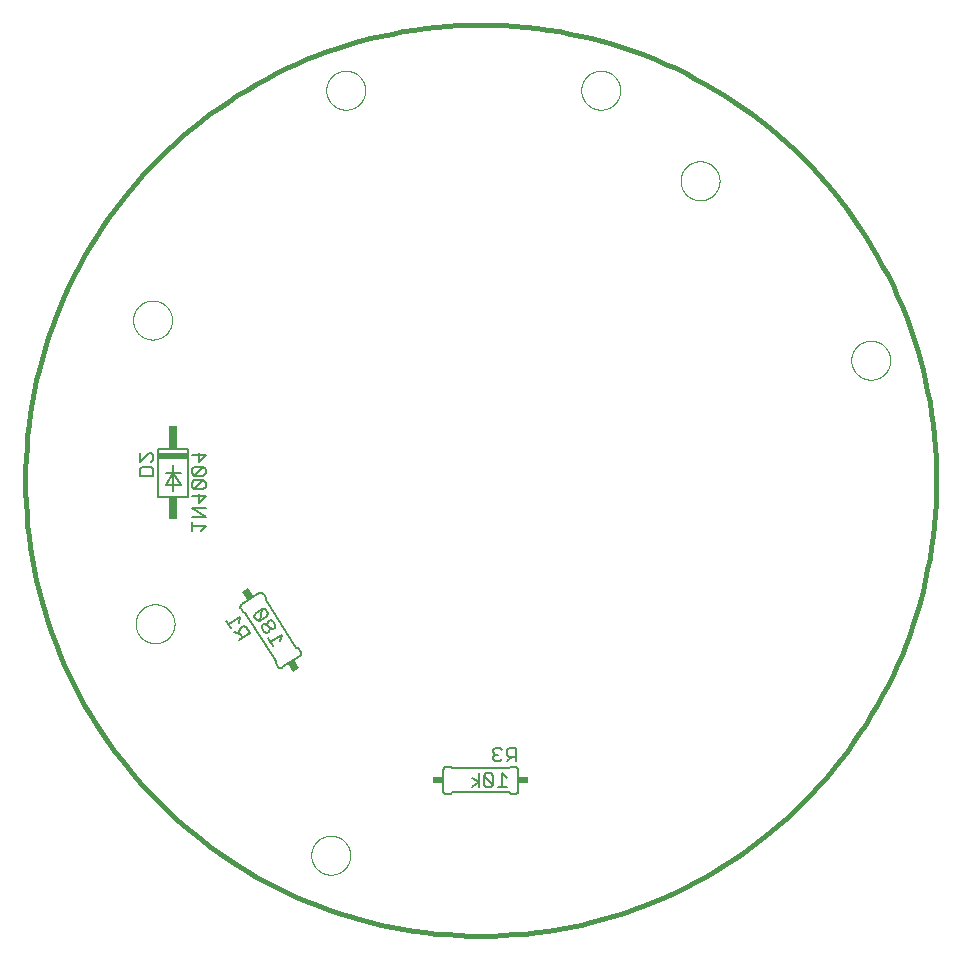
<source format=gbo>
G75*
%MOIN*%
%OFA0B0*%
%FSLAX25Y25*%
%IPPOS*%
%LPD*%
%AMOC8*
5,1,8,0,0,1.08239X$1,22.5*
%
%ADD10C,0.01600*%
%ADD11C,0.00600*%
%ADD12C,0.00500*%
%ADD13R,0.10000X0.02000*%
%ADD14R,0.03000X0.07500*%
%ADD15C,0.00000*%
%ADD16R,0.03400X0.02400*%
D10*
X0001800Y0153622D02*
X0001846Y0157348D01*
X0001983Y0161072D01*
X0002211Y0164791D01*
X0002531Y0168503D01*
X0002942Y0172207D01*
X0003443Y0175899D01*
X0004035Y0179578D01*
X0004717Y0183241D01*
X0005489Y0186886D01*
X0006350Y0190512D01*
X0007300Y0194115D01*
X0008337Y0197694D01*
X0009463Y0201246D01*
X0010675Y0204769D01*
X0011973Y0208262D01*
X0013357Y0211722D01*
X0014825Y0215147D01*
X0016377Y0218534D01*
X0018011Y0221883D01*
X0019727Y0225190D01*
X0021524Y0228455D01*
X0023400Y0231674D01*
X0025355Y0234846D01*
X0027387Y0237970D01*
X0029495Y0241042D01*
X0031677Y0244062D01*
X0033934Y0247028D01*
X0036262Y0249937D01*
X0038661Y0252788D01*
X0041129Y0255579D01*
X0043665Y0258309D01*
X0046268Y0260976D01*
X0048935Y0263579D01*
X0051665Y0266115D01*
X0054456Y0268583D01*
X0057307Y0270982D01*
X0060216Y0273310D01*
X0063182Y0275567D01*
X0066202Y0277749D01*
X0069274Y0279857D01*
X0072398Y0281889D01*
X0075570Y0283844D01*
X0078789Y0285720D01*
X0082054Y0287517D01*
X0085361Y0289233D01*
X0088710Y0290867D01*
X0092097Y0292419D01*
X0095522Y0293887D01*
X0098982Y0295271D01*
X0102475Y0296569D01*
X0105998Y0297781D01*
X0109550Y0298907D01*
X0113129Y0299944D01*
X0116732Y0300894D01*
X0120358Y0301755D01*
X0124003Y0302527D01*
X0127666Y0303209D01*
X0131345Y0303801D01*
X0135037Y0304302D01*
X0138741Y0304713D01*
X0142453Y0305033D01*
X0146172Y0305261D01*
X0149896Y0305398D01*
X0153622Y0305444D01*
X0157348Y0305398D01*
X0161072Y0305261D01*
X0164791Y0305033D01*
X0168503Y0304713D01*
X0172207Y0304302D01*
X0175899Y0303801D01*
X0179578Y0303209D01*
X0183241Y0302527D01*
X0186886Y0301755D01*
X0190512Y0300894D01*
X0194115Y0299944D01*
X0197694Y0298907D01*
X0201246Y0297781D01*
X0204769Y0296569D01*
X0208262Y0295271D01*
X0211722Y0293887D01*
X0215147Y0292419D01*
X0218534Y0290867D01*
X0221883Y0289233D01*
X0225190Y0287517D01*
X0228455Y0285720D01*
X0231674Y0283844D01*
X0234846Y0281889D01*
X0237970Y0279857D01*
X0241042Y0277749D01*
X0244062Y0275567D01*
X0247028Y0273310D01*
X0249937Y0270982D01*
X0252788Y0268583D01*
X0255579Y0266115D01*
X0258309Y0263579D01*
X0260976Y0260976D01*
X0263579Y0258309D01*
X0266115Y0255579D01*
X0268583Y0252788D01*
X0270982Y0249937D01*
X0273310Y0247028D01*
X0275567Y0244062D01*
X0277749Y0241042D01*
X0279857Y0237970D01*
X0281889Y0234846D01*
X0283844Y0231674D01*
X0285720Y0228455D01*
X0287517Y0225190D01*
X0289233Y0221883D01*
X0290867Y0218534D01*
X0292419Y0215147D01*
X0293887Y0211722D01*
X0295271Y0208262D01*
X0296569Y0204769D01*
X0297781Y0201246D01*
X0298907Y0197694D01*
X0299944Y0194115D01*
X0300894Y0190512D01*
X0301755Y0186886D01*
X0302527Y0183241D01*
X0303209Y0179578D01*
X0303801Y0175899D01*
X0304302Y0172207D01*
X0304713Y0168503D01*
X0305033Y0164791D01*
X0305261Y0161072D01*
X0305398Y0157348D01*
X0305444Y0153622D01*
X0305398Y0149896D01*
X0305261Y0146172D01*
X0305033Y0142453D01*
X0304713Y0138741D01*
X0304302Y0135037D01*
X0303801Y0131345D01*
X0303209Y0127666D01*
X0302527Y0124003D01*
X0301755Y0120358D01*
X0300894Y0116732D01*
X0299944Y0113129D01*
X0298907Y0109550D01*
X0297781Y0105998D01*
X0296569Y0102475D01*
X0295271Y0098982D01*
X0293887Y0095522D01*
X0292419Y0092097D01*
X0290867Y0088710D01*
X0289233Y0085361D01*
X0287517Y0082054D01*
X0285720Y0078789D01*
X0283844Y0075570D01*
X0281889Y0072398D01*
X0279857Y0069274D01*
X0277749Y0066202D01*
X0275567Y0063182D01*
X0273310Y0060216D01*
X0270982Y0057307D01*
X0268583Y0054456D01*
X0266115Y0051665D01*
X0263579Y0048935D01*
X0260976Y0046268D01*
X0258309Y0043665D01*
X0255579Y0041129D01*
X0252788Y0038661D01*
X0249937Y0036262D01*
X0247028Y0033934D01*
X0244062Y0031677D01*
X0241042Y0029495D01*
X0237970Y0027387D01*
X0234846Y0025355D01*
X0231674Y0023400D01*
X0228455Y0021524D01*
X0225190Y0019727D01*
X0221883Y0018011D01*
X0218534Y0016377D01*
X0215147Y0014825D01*
X0211722Y0013357D01*
X0208262Y0011973D01*
X0204769Y0010675D01*
X0201246Y0009463D01*
X0197694Y0008337D01*
X0194115Y0007300D01*
X0190512Y0006350D01*
X0186886Y0005489D01*
X0183241Y0004717D01*
X0179578Y0004035D01*
X0175899Y0003443D01*
X0172207Y0002942D01*
X0168503Y0002531D01*
X0164791Y0002211D01*
X0161072Y0001983D01*
X0157348Y0001846D01*
X0153622Y0001800D01*
X0149896Y0001846D01*
X0146172Y0001983D01*
X0142453Y0002211D01*
X0138741Y0002531D01*
X0135037Y0002942D01*
X0131345Y0003443D01*
X0127666Y0004035D01*
X0124003Y0004717D01*
X0120358Y0005489D01*
X0116732Y0006350D01*
X0113129Y0007300D01*
X0109550Y0008337D01*
X0105998Y0009463D01*
X0102475Y0010675D01*
X0098982Y0011973D01*
X0095522Y0013357D01*
X0092097Y0014825D01*
X0088710Y0016377D01*
X0085361Y0018011D01*
X0082054Y0019727D01*
X0078789Y0021524D01*
X0075570Y0023400D01*
X0072398Y0025355D01*
X0069274Y0027387D01*
X0066202Y0029495D01*
X0063182Y0031677D01*
X0060216Y0033934D01*
X0057307Y0036262D01*
X0054456Y0038661D01*
X0051665Y0041129D01*
X0048935Y0043665D01*
X0046268Y0046268D01*
X0043665Y0048935D01*
X0041129Y0051665D01*
X0038661Y0054456D01*
X0036262Y0057307D01*
X0033934Y0060216D01*
X0031677Y0063182D01*
X0029495Y0066202D01*
X0027387Y0069274D01*
X0025355Y0072398D01*
X0023400Y0075570D01*
X0021524Y0078789D01*
X0019727Y0082054D01*
X0018011Y0085361D01*
X0016377Y0088710D01*
X0014825Y0092097D01*
X0013357Y0095522D01*
X0011973Y0098982D01*
X0010675Y0102475D01*
X0009463Y0105998D01*
X0008337Y0109550D01*
X0007300Y0113129D01*
X0006350Y0116732D01*
X0005489Y0120358D01*
X0004717Y0124003D01*
X0004035Y0127666D01*
X0003443Y0131345D01*
X0002942Y0135037D01*
X0002531Y0138741D01*
X0002211Y0142453D01*
X0001983Y0146172D01*
X0001846Y0149896D01*
X0001800Y0153622D01*
D11*
X0085219Y0092773D02*
X0086027Y0091510D01*
X0086028Y0091509D02*
X0086062Y0091459D01*
X0086099Y0091412D01*
X0086138Y0091366D01*
X0086181Y0091323D01*
X0086226Y0091283D01*
X0086273Y0091246D01*
X0086323Y0091211D01*
X0086374Y0091179D01*
X0086428Y0091151D01*
X0086483Y0091126D01*
X0086539Y0091104D01*
X0086597Y0091086D01*
X0086655Y0091071D01*
X0086715Y0091060D01*
X0086775Y0091053D01*
X0086835Y0091049D01*
X0086895Y0091048D01*
X0086956Y0091052D01*
X0087016Y0091059D01*
X0087075Y0091069D01*
X0087134Y0091083D01*
X0087191Y0091101D01*
X0087248Y0091122D01*
X0087303Y0091147D01*
X0087357Y0091175D01*
X0087409Y0091206D01*
X0087408Y0091206D02*
X0093305Y0094977D01*
X0093306Y0094978D02*
X0093356Y0095012D01*
X0093403Y0095049D01*
X0093449Y0095088D01*
X0093492Y0095131D01*
X0093532Y0095176D01*
X0093569Y0095223D01*
X0093604Y0095273D01*
X0093636Y0095324D01*
X0093664Y0095378D01*
X0093689Y0095433D01*
X0093711Y0095489D01*
X0093729Y0095547D01*
X0093744Y0095605D01*
X0093755Y0095665D01*
X0093762Y0095725D01*
X0093766Y0095785D01*
X0093767Y0095845D01*
X0093763Y0095906D01*
X0093756Y0095966D01*
X0093746Y0096025D01*
X0093732Y0096084D01*
X0093714Y0096141D01*
X0093693Y0096198D01*
X0093668Y0096253D01*
X0093640Y0096307D01*
X0093609Y0096359D01*
X0092801Y0097622D01*
X0092110Y0097774D01*
X0081874Y0113781D01*
X0082026Y0114471D01*
X0081217Y0115735D01*
X0081183Y0115785D01*
X0081146Y0115832D01*
X0081107Y0115878D01*
X0081064Y0115921D01*
X0081019Y0115961D01*
X0080972Y0115998D01*
X0080922Y0116033D01*
X0080871Y0116065D01*
X0080817Y0116093D01*
X0080762Y0116118D01*
X0080706Y0116140D01*
X0080648Y0116158D01*
X0080590Y0116173D01*
X0080530Y0116184D01*
X0080470Y0116191D01*
X0080410Y0116195D01*
X0080350Y0116196D01*
X0080289Y0116192D01*
X0080229Y0116185D01*
X0080170Y0116175D01*
X0080111Y0116161D01*
X0080054Y0116143D01*
X0079997Y0116122D01*
X0079942Y0116097D01*
X0079888Y0116069D01*
X0079836Y0116038D01*
X0079836Y0116039D02*
X0073939Y0112267D01*
X0073889Y0112233D01*
X0073842Y0112196D01*
X0073796Y0112157D01*
X0073753Y0112114D01*
X0073713Y0112069D01*
X0073676Y0112022D01*
X0073641Y0111972D01*
X0073609Y0111921D01*
X0073581Y0111867D01*
X0073556Y0111812D01*
X0073534Y0111756D01*
X0073516Y0111698D01*
X0073501Y0111640D01*
X0073490Y0111580D01*
X0073483Y0111520D01*
X0073479Y0111460D01*
X0073478Y0111400D01*
X0073482Y0111339D01*
X0073489Y0111279D01*
X0073499Y0111220D01*
X0073513Y0111161D01*
X0073531Y0111104D01*
X0073552Y0111047D01*
X0073577Y0110992D01*
X0073605Y0110938D01*
X0073636Y0110886D01*
X0073635Y0110886D02*
X0074444Y0109622D01*
X0075134Y0109470D01*
X0085371Y0093464D01*
X0085219Y0092773D01*
X0056122Y0148122D02*
X0046122Y0148122D01*
X0046122Y0164122D01*
X0056122Y0164122D01*
X0056122Y0148122D01*
X0053622Y0152122D02*
X0051122Y0156122D01*
X0053622Y0156122D01*
X0051122Y0156122D02*
X0051122Y0158622D01*
X0051122Y0156122D02*
X0048622Y0156122D01*
X0051122Y0156122D02*
X0048622Y0152122D01*
X0053622Y0152122D01*
X0051122Y0150122D02*
X0051122Y0156122D01*
X0142122Y0058122D02*
X0143622Y0058122D01*
X0144122Y0057622D01*
X0163122Y0057622D01*
X0163622Y0058122D01*
X0165122Y0058122D01*
X0165182Y0058120D01*
X0165243Y0058115D01*
X0165302Y0058106D01*
X0165361Y0058093D01*
X0165420Y0058077D01*
X0165477Y0058057D01*
X0165532Y0058034D01*
X0165587Y0058007D01*
X0165639Y0057978D01*
X0165690Y0057945D01*
X0165739Y0057909D01*
X0165785Y0057871D01*
X0165829Y0057829D01*
X0165871Y0057785D01*
X0165909Y0057739D01*
X0165945Y0057690D01*
X0165978Y0057639D01*
X0166007Y0057587D01*
X0166034Y0057532D01*
X0166057Y0057477D01*
X0166077Y0057420D01*
X0166093Y0057361D01*
X0166106Y0057302D01*
X0166115Y0057243D01*
X0166120Y0057182D01*
X0166122Y0057122D01*
X0166122Y0050122D01*
X0166120Y0050062D01*
X0166115Y0050001D01*
X0166106Y0049942D01*
X0166093Y0049883D01*
X0166077Y0049824D01*
X0166057Y0049767D01*
X0166034Y0049712D01*
X0166007Y0049657D01*
X0165978Y0049605D01*
X0165945Y0049554D01*
X0165909Y0049505D01*
X0165871Y0049459D01*
X0165829Y0049415D01*
X0165785Y0049373D01*
X0165739Y0049335D01*
X0165690Y0049299D01*
X0165639Y0049266D01*
X0165587Y0049237D01*
X0165532Y0049210D01*
X0165477Y0049187D01*
X0165420Y0049167D01*
X0165361Y0049151D01*
X0165302Y0049138D01*
X0165243Y0049129D01*
X0165182Y0049124D01*
X0165122Y0049122D01*
X0163622Y0049122D01*
X0163122Y0049622D01*
X0144122Y0049622D01*
X0143622Y0049122D01*
X0142122Y0049122D01*
X0142062Y0049124D01*
X0142001Y0049129D01*
X0141942Y0049138D01*
X0141883Y0049151D01*
X0141824Y0049167D01*
X0141767Y0049187D01*
X0141712Y0049210D01*
X0141657Y0049237D01*
X0141605Y0049266D01*
X0141554Y0049299D01*
X0141505Y0049335D01*
X0141459Y0049373D01*
X0141415Y0049415D01*
X0141373Y0049459D01*
X0141335Y0049505D01*
X0141299Y0049554D01*
X0141266Y0049605D01*
X0141237Y0049657D01*
X0141210Y0049712D01*
X0141187Y0049767D01*
X0141167Y0049824D01*
X0141151Y0049883D01*
X0141138Y0049942D01*
X0141129Y0050001D01*
X0141124Y0050062D01*
X0141122Y0050122D01*
X0141122Y0057122D01*
X0141124Y0057182D01*
X0141129Y0057243D01*
X0141138Y0057302D01*
X0141151Y0057361D01*
X0141167Y0057420D01*
X0141187Y0057477D01*
X0141210Y0057532D01*
X0141237Y0057587D01*
X0141266Y0057639D01*
X0141299Y0057690D01*
X0141335Y0057739D01*
X0141373Y0057785D01*
X0141415Y0057829D01*
X0141459Y0057871D01*
X0141505Y0057909D01*
X0141554Y0057945D01*
X0141605Y0057978D01*
X0141657Y0058007D01*
X0141712Y0058034D01*
X0141767Y0058057D01*
X0141824Y0058077D01*
X0141883Y0058093D01*
X0141942Y0058106D01*
X0142001Y0058115D01*
X0142062Y0058120D01*
X0142122Y0058122D01*
D12*
X0150812Y0054375D02*
X0153064Y0052874D01*
X0150812Y0051372D01*
X0153064Y0051372D02*
X0153064Y0055876D01*
X0154666Y0055125D02*
X0157668Y0052123D01*
X0156918Y0051372D01*
X0155416Y0051372D01*
X0154666Y0052123D01*
X0154666Y0055125D01*
X0155416Y0055876D01*
X0156918Y0055876D01*
X0157668Y0055125D01*
X0157668Y0052123D01*
X0159270Y0051372D02*
X0162272Y0051372D01*
X0160771Y0051372D02*
X0160771Y0055876D01*
X0162272Y0054375D01*
X0162370Y0059872D02*
X0163871Y0061374D01*
X0163120Y0061374D02*
X0165372Y0061374D01*
X0165372Y0059872D02*
X0165372Y0064376D01*
X0163120Y0064376D01*
X0162370Y0063625D01*
X0162370Y0062124D01*
X0163120Y0061374D01*
X0160768Y0060623D02*
X0160018Y0059872D01*
X0158516Y0059872D01*
X0157766Y0060623D01*
X0157766Y0061374D01*
X0158516Y0062124D01*
X0159267Y0062124D01*
X0158516Y0062124D02*
X0157766Y0062875D01*
X0157766Y0063625D01*
X0158516Y0064376D01*
X0160018Y0064376D01*
X0160768Y0063625D01*
X0086768Y0100100D02*
X0087224Y0102174D01*
X0083430Y0099747D01*
X0084238Y0098483D02*
X0082621Y0101012D01*
X0082390Y0102766D02*
X0083023Y0103170D01*
X0083251Y0104207D01*
X0082442Y0105472D01*
X0081405Y0105700D01*
X0080773Y0105295D01*
X0080545Y0104258D01*
X0081354Y0102994D01*
X0082390Y0102766D01*
X0083251Y0104207D02*
X0084287Y0103979D01*
X0084920Y0104383D01*
X0085148Y0105420D01*
X0084339Y0106685D01*
X0083302Y0106913D01*
X0082670Y0106508D01*
X0082442Y0105472D01*
X0079910Y0106644D02*
X0082439Y0108262D01*
X0082667Y0109299D01*
X0081858Y0110563D01*
X0080822Y0110791D01*
X0079910Y0106644D01*
X0078873Y0106872D01*
X0078064Y0108137D01*
X0078292Y0109174D01*
X0080822Y0110791D01*
X0075508Y0104717D02*
X0074471Y0104945D01*
X0073206Y0104136D01*
X0072978Y0103099D01*
X0074192Y0101202D01*
X0072927Y0100393D02*
X0076721Y0102820D01*
X0075508Y0104717D01*
X0072976Y0105890D02*
X0073432Y0107963D01*
X0069638Y0105537D01*
X0068829Y0106801D02*
X0070446Y0104272D01*
X0071309Y0102923D02*
X0073383Y0102467D01*
X0060375Y0136749D02*
X0061876Y0138250D01*
X0057372Y0138250D01*
X0057372Y0136749D02*
X0057372Y0139751D01*
X0057372Y0141353D02*
X0061876Y0141353D01*
X0057372Y0144355D01*
X0061876Y0144355D01*
X0059624Y0145956D02*
X0059624Y0148959D01*
X0058123Y0150560D02*
X0061125Y0153563D01*
X0058123Y0153563D01*
X0057372Y0152812D01*
X0057372Y0151311D01*
X0058123Y0150560D01*
X0061125Y0150560D01*
X0061876Y0151311D01*
X0061876Y0152812D01*
X0061125Y0153563D01*
X0061125Y0155164D02*
X0058123Y0155164D01*
X0061125Y0158167D01*
X0058123Y0158167D01*
X0057372Y0157416D01*
X0057372Y0155915D01*
X0058123Y0155164D01*
X0061125Y0155164D02*
X0061876Y0155915D01*
X0061876Y0157416D01*
X0061125Y0158167D01*
X0059624Y0159768D02*
X0059624Y0162771D01*
X0057372Y0162020D02*
X0061876Y0162020D01*
X0059624Y0159768D01*
X0057372Y0148208D02*
X0061876Y0148208D01*
X0059624Y0145956D01*
X0044376Y0155164D02*
X0044376Y0157416D01*
X0043625Y0158167D01*
X0040623Y0158167D01*
X0039872Y0157416D01*
X0039872Y0155164D01*
X0044376Y0155164D01*
X0043625Y0159768D02*
X0044376Y0160519D01*
X0044376Y0162020D01*
X0043625Y0162771D01*
X0042875Y0162771D01*
X0039872Y0159768D01*
X0039872Y0162771D01*
D13*
X0051122Y0161622D03*
D14*
X0051122Y0167872D03*
X0051122Y0144372D03*
D15*
X0038546Y0105773D02*
X0038548Y0105934D01*
X0038554Y0106094D01*
X0038564Y0106255D01*
X0038578Y0106415D01*
X0038596Y0106575D01*
X0038617Y0106734D01*
X0038643Y0106893D01*
X0038673Y0107051D01*
X0038706Y0107208D01*
X0038744Y0107365D01*
X0038785Y0107520D01*
X0038830Y0107674D01*
X0038879Y0107827D01*
X0038932Y0107979D01*
X0038988Y0108130D01*
X0039049Y0108279D01*
X0039112Y0108427D01*
X0039180Y0108573D01*
X0039251Y0108717D01*
X0039325Y0108859D01*
X0039403Y0109000D01*
X0039485Y0109138D01*
X0039570Y0109275D01*
X0039658Y0109409D01*
X0039750Y0109541D01*
X0039845Y0109671D01*
X0039943Y0109799D01*
X0040044Y0109924D01*
X0040148Y0110046D01*
X0040255Y0110166D01*
X0040365Y0110283D01*
X0040478Y0110398D01*
X0040594Y0110509D01*
X0040713Y0110618D01*
X0040834Y0110723D01*
X0040958Y0110826D01*
X0041084Y0110926D01*
X0041212Y0111022D01*
X0041343Y0111115D01*
X0041477Y0111205D01*
X0041612Y0111292D01*
X0041750Y0111375D01*
X0041889Y0111455D01*
X0042031Y0111531D01*
X0042174Y0111604D01*
X0042319Y0111673D01*
X0042466Y0111739D01*
X0042614Y0111801D01*
X0042764Y0111859D01*
X0042915Y0111914D01*
X0043068Y0111965D01*
X0043222Y0112012D01*
X0043377Y0112055D01*
X0043533Y0112094D01*
X0043689Y0112130D01*
X0043847Y0112161D01*
X0044005Y0112189D01*
X0044164Y0112213D01*
X0044324Y0112233D01*
X0044484Y0112249D01*
X0044644Y0112261D01*
X0044805Y0112269D01*
X0044966Y0112273D01*
X0045126Y0112273D01*
X0045287Y0112269D01*
X0045448Y0112261D01*
X0045608Y0112249D01*
X0045768Y0112233D01*
X0045928Y0112213D01*
X0046087Y0112189D01*
X0046245Y0112161D01*
X0046403Y0112130D01*
X0046559Y0112094D01*
X0046715Y0112055D01*
X0046870Y0112012D01*
X0047024Y0111965D01*
X0047177Y0111914D01*
X0047328Y0111859D01*
X0047478Y0111801D01*
X0047626Y0111739D01*
X0047773Y0111673D01*
X0047918Y0111604D01*
X0048061Y0111531D01*
X0048203Y0111455D01*
X0048342Y0111375D01*
X0048480Y0111292D01*
X0048615Y0111205D01*
X0048749Y0111115D01*
X0048880Y0111022D01*
X0049008Y0110926D01*
X0049134Y0110826D01*
X0049258Y0110723D01*
X0049379Y0110618D01*
X0049498Y0110509D01*
X0049614Y0110398D01*
X0049727Y0110283D01*
X0049837Y0110166D01*
X0049944Y0110046D01*
X0050048Y0109924D01*
X0050149Y0109799D01*
X0050247Y0109671D01*
X0050342Y0109541D01*
X0050434Y0109409D01*
X0050522Y0109275D01*
X0050607Y0109138D01*
X0050689Y0109000D01*
X0050767Y0108859D01*
X0050841Y0108717D01*
X0050912Y0108573D01*
X0050980Y0108427D01*
X0051043Y0108279D01*
X0051104Y0108130D01*
X0051160Y0107979D01*
X0051213Y0107827D01*
X0051262Y0107674D01*
X0051307Y0107520D01*
X0051348Y0107365D01*
X0051386Y0107208D01*
X0051419Y0107051D01*
X0051449Y0106893D01*
X0051475Y0106734D01*
X0051496Y0106575D01*
X0051514Y0106415D01*
X0051528Y0106255D01*
X0051538Y0106094D01*
X0051544Y0105934D01*
X0051546Y0105773D01*
X0051544Y0105612D01*
X0051538Y0105452D01*
X0051528Y0105291D01*
X0051514Y0105131D01*
X0051496Y0104971D01*
X0051475Y0104812D01*
X0051449Y0104653D01*
X0051419Y0104495D01*
X0051386Y0104338D01*
X0051348Y0104181D01*
X0051307Y0104026D01*
X0051262Y0103872D01*
X0051213Y0103719D01*
X0051160Y0103567D01*
X0051104Y0103416D01*
X0051043Y0103267D01*
X0050980Y0103119D01*
X0050912Y0102973D01*
X0050841Y0102829D01*
X0050767Y0102687D01*
X0050689Y0102546D01*
X0050607Y0102408D01*
X0050522Y0102271D01*
X0050434Y0102137D01*
X0050342Y0102005D01*
X0050247Y0101875D01*
X0050149Y0101747D01*
X0050048Y0101622D01*
X0049944Y0101500D01*
X0049837Y0101380D01*
X0049727Y0101263D01*
X0049614Y0101148D01*
X0049498Y0101037D01*
X0049379Y0100928D01*
X0049258Y0100823D01*
X0049134Y0100720D01*
X0049008Y0100620D01*
X0048880Y0100524D01*
X0048749Y0100431D01*
X0048615Y0100341D01*
X0048480Y0100254D01*
X0048342Y0100171D01*
X0048203Y0100091D01*
X0048061Y0100015D01*
X0047918Y0099942D01*
X0047773Y0099873D01*
X0047626Y0099807D01*
X0047478Y0099745D01*
X0047328Y0099687D01*
X0047177Y0099632D01*
X0047024Y0099581D01*
X0046870Y0099534D01*
X0046715Y0099491D01*
X0046559Y0099452D01*
X0046403Y0099416D01*
X0046245Y0099385D01*
X0046087Y0099357D01*
X0045928Y0099333D01*
X0045768Y0099313D01*
X0045608Y0099297D01*
X0045448Y0099285D01*
X0045287Y0099277D01*
X0045126Y0099273D01*
X0044966Y0099273D01*
X0044805Y0099277D01*
X0044644Y0099285D01*
X0044484Y0099297D01*
X0044324Y0099313D01*
X0044164Y0099333D01*
X0044005Y0099357D01*
X0043847Y0099385D01*
X0043689Y0099416D01*
X0043533Y0099452D01*
X0043377Y0099491D01*
X0043222Y0099534D01*
X0043068Y0099581D01*
X0042915Y0099632D01*
X0042764Y0099687D01*
X0042614Y0099745D01*
X0042466Y0099807D01*
X0042319Y0099873D01*
X0042174Y0099942D01*
X0042031Y0100015D01*
X0041889Y0100091D01*
X0041750Y0100171D01*
X0041612Y0100254D01*
X0041477Y0100341D01*
X0041343Y0100431D01*
X0041212Y0100524D01*
X0041084Y0100620D01*
X0040958Y0100720D01*
X0040834Y0100823D01*
X0040713Y0100928D01*
X0040594Y0101037D01*
X0040478Y0101148D01*
X0040365Y0101263D01*
X0040255Y0101380D01*
X0040148Y0101500D01*
X0040044Y0101622D01*
X0039943Y0101747D01*
X0039845Y0101875D01*
X0039750Y0102005D01*
X0039658Y0102137D01*
X0039570Y0102271D01*
X0039485Y0102408D01*
X0039403Y0102546D01*
X0039325Y0102687D01*
X0039251Y0102829D01*
X0039180Y0102973D01*
X0039112Y0103119D01*
X0039049Y0103267D01*
X0038988Y0103416D01*
X0038932Y0103567D01*
X0038879Y0103719D01*
X0038830Y0103872D01*
X0038785Y0104026D01*
X0038744Y0104181D01*
X0038706Y0104338D01*
X0038673Y0104495D01*
X0038643Y0104653D01*
X0038617Y0104812D01*
X0038596Y0104971D01*
X0038578Y0105131D01*
X0038564Y0105291D01*
X0038554Y0105452D01*
X0038548Y0105612D01*
X0038546Y0105773D01*
X0097122Y0028622D02*
X0097124Y0028783D01*
X0097130Y0028943D01*
X0097140Y0029104D01*
X0097154Y0029264D01*
X0097172Y0029424D01*
X0097193Y0029583D01*
X0097219Y0029742D01*
X0097249Y0029900D01*
X0097282Y0030057D01*
X0097320Y0030214D01*
X0097361Y0030369D01*
X0097406Y0030523D01*
X0097455Y0030676D01*
X0097508Y0030828D01*
X0097564Y0030979D01*
X0097625Y0031128D01*
X0097688Y0031276D01*
X0097756Y0031422D01*
X0097827Y0031566D01*
X0097901Y0031708D01*
X0097979Y0031849D01*
X0098061Y0031987D01*
X0098146Y0032124D01*
X0098234Y0032258D01*
X0098326Y0032390D01*
X0098421Y0032520D01*
X0098519Y0032648D01*
X0098620Y0032773D01*
X0098724Y0032895D01*
X0098831Y0033015D01*
X0098941Y0033132D01*
X0099054Y0033247D01*
X0099170Y0033358D01*
X0099289Y0033467D01*
X0099410Y0033572D01*
X0099534Y0033675D01*
X0099660Y0033775D01*
X0099788Y0033871D01*
X0099919Y0033964D01*
X0100053Y0034054D01*
X0100188Y0034141D01*
X0100326Y0034224D01*
X0100465Y0034304D01*
X0100607Y0034380D01*
X0100750Y0034453D01*
X0100895Y0034522D01*
X0101042Y0034588D01*
X0101190Y0034650D01*
X0101340Y0034708D01*
X0101491Y0034763D01*
X0101644Y0034814D01*
X0101798Y0034861D01*
X0101953Y0034904D01*
X0102109Y0034943D01*
X0102265Y0034979D01*
X0102423Y0035010D01*
X0102581Y0035038D01*
X0102740Y0035062D01*
X0102900Y0035082D01*
X0103060Y0035098D01*
X0103220Y0035110D01*
X0103381Y0035118D01*
X0103542Y0035122D01*
X0103702Y0035122D01*
X0103863Y0035118D01*
X0104024Y0035110D01*
X0104184Y0035098D01*
X0104344Y0035082D01*
X0104504Y0035062D01*
X0104663Y0035038D01*
X0104821Y0035010D01*
X0104979Y0034979D01*
X0105135Y0034943D01*
X0105291Y0034904D01*
X0105446Y0034861D01*
X0105600Y0034814D01*
X0105753Y0034763D01*
X0105904Y0034708D01*
X0106054Y0034650D01*
X0106202Y0034588D01*
X0106349Y0034522D01*
X0106494Y0034453D01*
X0106637Y0034380D01*
X0106779Y0034304D01*
X0106918Y0034224D01*
X0107056Y0034141D01*
X0107191Y0034054D01*
X0107325Y0033964D01*
X0107456Y0033871D01*
X0107584Y0033775D01*
X0107710Y0033675D01*
X0107834Y0033572D01*
X0107955Y0033467D01*
X0108074Y0033358D01*
X0108190Y0033247D01*
X0108303Y0033132D01*
X0108413Y0033015D01*
X0108520Y0032895D01*
X0108624Y0032773D01*
X0108725Y0032648D01*
X0108823Y0032520D01*
X0108918Y0032390D01*
X0109010Y0032258D01*
X0109098Y0032124D01*
X0109183Y0031987D01*
X0109265Y0031849D01*
X0109343Y0031708D01*
X0109417Y0031566D01*
X0109488Y0031422D01*
X0109556Y0031276D01*
X0109619Y0031128D01*
X0109680Y0030979D01*
X0109736Y0030828D01*
X0109789Y0030676D01*
X0109838Y0030523D01*
X0109883Y0030369D01*
X0109924Y0030214D01*
X0109962Y0030057D01*
X0109995Y0029900D01*
X0110025Y0029742D01*
X0110051Y0029583D01*
X0110072Y0029424D01*
X0110090Y0029264D01*
X0110104Y0029104D01*
X0110114Y0028943D01*
X0110120Y0028783D01*
X0110122Y0028622D01*
X0110120Y0028461D01*
X0110114Y0028301D01*
X0110104Y0028140D01*
X0110090Y0027980D01*
X0110072Y0027820D01*
X0110051Y0027661D01*
X0110025Y0027502D01*
X0109995Y0027344D01*
X0109962Y0027187D01*
X0109924Y0027030D01*
X0109883Y0026875D01*
X0109838Y0026721D01*
X0109789Y0026568D01*
X0109736Y0026416D01*
X0109680Y0026265D01*
X0109619Y0026116D01*
X0109556Y0025968D01*
X0109488Y0025822D01*
X0109417Y0025678D01*
X0109343Y0025536D01*
X0109265Y0025395D01*
X0109183Y0025257D01*
X0109098Y0025120D01*
X0109010Y0024986D01*
X0108918Y0024854D01*
X0108823Y0024724D01*
X0108725Y0024596D01*
X0108624Y0024471D01*
X0108520Y0024349D01*
X0108413Y0024229D01*
X0108303Y0024112D01*
X0108190Y0023997D01*
X0108074Y0023886D01*
X0107955Y0023777D01*
X0107834Y0023672D01*
X0107710Y0023569D01*
X0107584Y0023469D01*
X0107456Y0023373D01*
X0107325Y0023280D01*
X0107191Y0023190D01*
X0107056Y0023103D01*
X0106918Y0023020D01*
X0106779Y0022940D01*
X0106637Y0022864D01*
X0106494Y0022791D01*
X0106349Y0022722D01*
X0106202Y0022656D01*
X0106054Y0022594D01*
X0105904Y0022536D01*
X0105753Y0022481D01*
X0105600Y0022430D01*
X0105446Y0022383D01*
X0105291Y0022340D01*
X0105135Y0022301D01*
X0104979Y0022265D01*
X0104821Y0022234D01*
X0104663Y0022206D01*
X0104504Y0022182D01*
X0104344Y0022162D01*
X0104184Y0022146D01*
X0104024Y0022134D01*
X0103863Y0022126D01*
X0103702Y0022122D01*
X0103542Y0022122D01*
X0103381Y0022126D01*
X0103220Y0022134D01*
X0103060Y0022146D01*
X0102900Y0022162D01*
X0102740Y0022182D01*
X0102581Y0022206D01*
X0102423Y0022234D01*
X0102265Y0022265D01*
X0102109Y0022301D01*
X0101953Y0022340D01*
X0101798Y0022383D01*
X0101644Y0022430D01*
X0101491Y0022481D01*
X0101340Y0022536D01*
X0101190Y0022594D01*
X0101042Y0022656D01*
X0100895Y0022722D01*
X0100750Y0022791D01*
X0100607Y0022864D01*
X0100465Y0022940D01*
X0100326Y0023020D01*
X0100188Y0023103D01*
X0100053Y0023190D01*
X0099919Y0023280D01*
X0099788Y0023373D01*
X0099660Y0023469D01*
X0099534Y0023569D01*
X0099410Y0023672D01*
X0099289Y0023777D01*
X0099170Y0023886D01*
X0099054Y0023997D01*
X0098941Y0024112D01*
X0098831Y0024229D01*
X0098724Y0024349D01*
X0098620Y0024471D01*
X0098519Y0024596D01*
X0098421Y0024724D01*
X0098326Y0024854D01*
X0098234Y0024986D01*
X0098146Y0025120D01*
X0098061Y0025257D01*
X0097979Y0025395D01*
X0097901Y0025536D01*
X0097827Y0025678D01*
X0097756Y0025822D01*
X0097688Y0025968D01*
X0097625Y0026116D01*
X0097564Y0026265D01*
X0097508Y0026416D01*
X0097455Y0026568D01*
X0097406Y0026721D01*
X0097361Y0026875D01*
X0097320Y0027030D01*
X0097282Y0027187D01*
X0097249Y0027344D01*
X0097219Y0027502D01*
X0097193Y0027661D01*
X0097172Y0027820D01*
X0097154Y0027980D01*
X0097140Y0028140D01*
X0097130Y0028301D01*
X0097124Y0028461D01*
X0097122Y0028622D01*
X0037709Y0207016D02*
X0037711Y0207177D01*
X0037717Y0207337D01*
X0037727Y0207498D01*
X0037741Y0207658D01*
X0037759Y0207818D01*
X0037780Y0207977D01*
X0037806Y0208136D01*
X0037836Y0208294D01*
X0037869Y0208451D01*
X0037907Y0208608D01*
X0037948Y0208763D01*
X0037993Y0208917D01*
X0038042Y0209070D01*
X0038095Y0209222D01*
X0038151Y0209373D01*
X0038212Y0209522D01*
X0038275Y0209670D01*
X0038343Y0209816D01*
X0038414Y0209960D01*
X0038488Y0210102D01*
X0038566Y0210243D01*
X0038648Y0210381D01*
X0038733Y0210518D01*
X0038821Y0210652D01*
X0038913Y0210784D01*
X0039008Y0210914D01*
X0039106Y0211042D01*
X0039207Y0211167D01*
X0039311Y0211289D01*
X0039418Y0211409D01*
X0039528Y0211526D01*
X0039641Y0211641D01*
X0039757Y0211752D01*
X0039876Y0211861D01*
X0039997Y0211966D01*
X0040121Y0212069D01*
X0040247Y0212169D01*
X0040375Y0212265D01*
X0040506Y0212358D01*
X0040640Y0212448D01*
X0040775Y0212535D01*
X0040913Y0212618D01*
X0041052Y0212698D01*
X0041194Y0212774D01*
X0041337Y0212847D01*
X0041482Y0212916D01*
X0041629Y0212982D01*
X0041777Y0213044D01*
X0041927Y0213102D01*
X0042078Y0213157D01*
X0042231Y0213208D01*
X0042385Y0213255D01*
X0042540Y0213298D01*
X0042696Y0213337D01*
X0042852Y0213373D01*
X0043010Y0213404D01*
X0043168Y0213432D01*
X0043327Y0213456D01*
X0043487Y0213476D01*
X0043647Y0213492D01*
X0043807Y0213504D01*
X0043968Y0213512D01*
X0044129Y0213516D01*
X0044289Y0213516D01*
X0044450Y0213512D01*
X0044611Y0213504D01*
X0044771Y0213492D01*
X0044931Y0213476D01*
X0045091Y0213456D01*
X0045250Y0213432D01*
X0045408Y0213404D01*
X0045566Y0213373D01*
X0045722Y0213337D01*
X0045878Y0213298D01*
X0046033Y0213255D01*
X0046187Y0213208D01*
X0046340Y0213157D01*
X0046491Y0213102D01*
X0046641Y0213044D01*
X0046789Y0212982D01*
X0046936Y0212916D01*
X0047081Y0212847D01*
X0047224Y0212774D01*
X0047366Y0212698D01*
X0047505Y0212618D01*
X0047643Y0212535D01*
X0047778Y0212448D01*
X0047912Y0212358D01*
X0048043Y0212265D01*
X0048171Y0212169D01*
X0048297Y0212069D01*
X0048421Y0211966D01*
X0048542Y0211861D01*
X0048661Y0211752D01*
X0048777Y0211641D01*
X0048890Y0211526D01*
X0049000Y0211409D01*
X0049107Y0211289D01*
X0049211Y0211167D01*
X0049312Y0211042D01*
X0049410Y0210914D01*
X0049505Y0210784D01*
X0049597Y0210652D01*
X0049685Y0210518D01*
X0049770Y0210381D01*
X0049852Y0210243D01*
X0049930Y0210102D01*
X0050004Y0209960D01*
X0050075Y0209816D01*
X0050143Y0209670D01*
X0050206Y0209522D01*
X0050267Y0209373D01*
X0050323Y0209222D01*
X0050376Y0209070D01*
X0050425Y0208917D01*
X0050470Y0208763D01*
X0050511Y0208608D01*
X0050549Y0208451D01*
X0050582Y0208294D01*
X0050612Y0208136D01*
X0050638Y0207977D01*
X0050659Y0207818D01*
X0050677Y0207658D01*
X0050691Y0207498D01*
X0050701Y0207337D01*
X0050707Y0207177D01*
X0050709Y0207016D01*
X0050707Y0206855D01*
X0050701Y0206695D01*
X0050691Y0206534D01*
X0050677Y0206374D01*
X0050659Y0206214D01*
X0050638Y0206055D01*
X0050612Y0205896D01*
X0050582Y0205738D01*
X0050549Y0205581D01*
X0050511Y0205424D01*
X0050470Y0205269D01*
X0050425Y0205115D01*
X0050376Y0204962D01*
X0050323Y0204810D01*
X0050267Y0204659D01*
X0050206Y0204510D01*
X0050143Y0204362D01*
X0050075Y0204216D01*
X0050004Y0204072D01*
X0049930Y0203930D01*
X0049852Y0203789D01*
X0049770Y0203651D01*
X0049685Y0203514D01*
X0049597Y0203380D01*
X0049505Y0203248D01*
X0049410Y0203118D01*
X0049312Y0202990D01*
X0049211Y0202865D01*
X0049107Y0202743D01*
X0049000Y0202623D01*
X0048890Y0202506D01*
X0048777Y0202391D01*
X0048661Y0202280D01*
X0048542Y0202171D01*
X0048421Y0202066D01*
X0048297Y0201963D01*
X0048171Y0201863D01*
X0048043Y0201767D01*
X0047912Y0201674D01*
X0047778Y0201584D01*
X0047643Y0201497D01*
X0047505Y0201414D01*
X0047366Y0201334D01*
X0047224Y0201258D01*
X0047081Y0201185D01*
X0046936Y0201116D01*
X0046789Y0201050D01*
X0046641Y0200988D01*
X0046491Y0200930D01*
X0046340Y0200875D01*
X0046187Y0200824D01*
X0046033Y0200777D01*
X0045878Y0200734D01*
X0045722Y0200695D01*
X0045566Y0200659D01*
X0045408Y0200628D01*
X0045250Y0200600D01*
X0045091Y0200576D01*
X0044931Y0200556D01*
X0044771Y0200540D01*
X0044611Y0200528D01*
X0044450Y0200520D01*
X0044289Y0200516D01*
X0044129Y0200516D01*
X0043968Y0200520D01*
X0043807Y0200528D01*
X0043647Y0200540D01*
X0043487Y0200556D01*
X0043327Y0200576D01*
X0043168Y0200600D01*
X0043010Y0200628D01*
X0042852Y0200659D01*
X0042696Y0200695D01*
X0042540Y0200734D01*
X0042385Y0200777D01*
X0042231Y0200824D01*
X0042078Y0200875D01*
X0041927Y0200930D01*
X0041777Y0200988D01*
X0041629Y0201050D01*
X0041482Y0201116D01*
X0041337Y0201185D01*
X0041194Y0201258D01*
X0041052Y0201334D01*
X0040913Y0201414D01*
X0040775Y0201497D01*
X0040640Y0201584D01*
X0040506Y0201674D01*
X0040375Y0201767D01*
X0040247Y0201863D01*
X0040121Y0201963D01*
X0039997Y0202066D01*
X0039876Y0202171D01*
X0039757Y0202280D01*
X0039641Y0202391D01*
X0039528Y0202506D01*
X0039418Y0202623D01*
X0039311Y0202743D01*
X0039207Y0202865D01*
X0039106Y0202990D01*
X0039008Y0203118D01*
X0038913Y0203248D01*
X0038821Y0203380D01*
X0038733Y0203514D01*
X0038648Y0203651D01*
X0038566Y0203789D01*
X0038488Y0203930D01*
X0038414Y0204072D01*
X0038343Y0204216D01*
X0038275Y0204362D01*
X0038212Y0204510D01*
X0038151Y0204659D01*
X0038095Y0204810D01*
X0038042Y0204962D01*
X0037993Y0205115D01*
X0037948Y0205269D01*
X0037907Y0205424D01*
X0037869Y0205581D01*
X0037836Y0205738D01*
X0037806Y0205896D01*
X0037780Y0206055D01*
X0037759Y0206214D01*
X0037741Y0206374D01*
X0037727Y0206534D01*
X0037717Y0206695D01*
X0037711Y0206855D01*
X0037709Y0207016D01*
X0102122Y0283622D02*
X0102124Y0283783D01*
X0102130Y0283943D01*
X0102140Y0284104D01*
X0102154Y0284264D01*
X0102172Y0284424D01*
X0102193Y0284583D01*
X0102219Y0284742D01*
X0102249Y0284900D01*
X0102282Y0285057D01*
X0102320Y0285214D01*
X0102361Y0285369D01*
X0102406Y0285523D01*
X0102455Y0285676D01*
X0102508Y0285828D01*
X0102564Y0285979D01*
X0102625Y0286128D01*
X0102688Y0286276D01*
X0102756Y0286422D01*
X0102827Y0286566D01*
X0102901Y0286708D01*
X0102979Y0286849D01*
X0103061Y0286987D01*
X0103146Y0287124D01*
X0103234Y0287258D01*
X0103326Y0287390D01*
X0103421Y0287520D01*
X0103519Y0287648D01*
X0103620Y0287773D01*
X0103724Y0287895D01*
X0103831Y0288015D01*
X0103941Y0288132D01*
X0104054Y0288247D01*
X0104170Y0288358D01*
X0104289Y0288467D01*
X0104410Y0288572D01*
X0104534Y0288675D01*
X0104660Y0288775D01*
X0104788Y0288871D01*
X0104919Y0288964D01*
X0105053Y0289054D01*
X0105188Y0289141D01*
X0105326Y0289224D01*
X0105465Y0289304D01*
X0105607Y0289380D01*
X0105750Y0289453D01*
X0105895Y0289522D01*
X0106042Y0289588D01*
X0106190Y0289650D01*
X0106340Y0289708D01*
X0106491Y0289763D01*
X0106644Y0289814D01*
X0106798Y0289861D01*
X0106953Y0289904D01*
X0107109Y0289943D01*
X0107265Y0289979D01*
X0107423Y0290010D01*
X0107581Y0290038D01*
X0107740Y0290062D01*
X0107900Y0290082D01*
X0108060Y0290098D01*
X0108220Y0290110D01*
X0108381Y0290118D01*
X0108542Y0290122D01*
X0108702Y0290122D01*
X0108863Y0290118D01*
X0109024Y0290110D01*
X0109184Y0290098D01*
X0109344Y0290082D01*
X0109504Y0290062D01*
X0109663Y0290038D01*
X0109821Y0290010D01*
X0109979Y0289979D01*
X0110135Y0289943D01*
X0110291Y0289904D01*
X0110446Y0289861D01*
X0110600Y0289814D01*
X0110753Y0289763D01*
X0110904Y0289708D01*
X0111054Y0289650D01*
X0111202Y0289588D01*
X0111349Y0289522D01*
X0111494Y0289453D01*
X0111637Y0289380D01*
X0111779Y0289304D01*
X0111918Y0289224D01*
X0112056Y0289141D01*
X0112191Y0289054D01*
X0112325Y0288964D01*
X0112456Y0288871D01*
X0112584Y0288775D01*
X0112710Y0288675D01*
X0112834Y0288572D01*
X0112955Y0288467D01*
X0113074Y0288358D01*
X0113190Y0288247D01*
X0113303Y0288132D01*
X0113413Y0288015D01*
X0113520Y0287895D01*
X0113624Y0287773D01*
X0113725Y0287648D01*
X0113823Y0287520D01*
X0113918Y0287390D01*
X0114010Y0287258D01*
X0114098Y0287124D01*
X0114183Y0286987D01*
X0114265Y0286849D01*
X0114343Y0286708D01*
X0114417Y0286566D01*
X0114488Y0286422D01*
X0114556Y0286276D01*
X0114619Y0286128D01*
X0114680Y0285979D01*
X0114736Y0285828D01*
X0114789Y0285676D01*
X0114838Y0285523D01*
X0114883Y0285369D01*
X0114924Y0285214D01*
X0114962Y0285057D01*
X0114995Y0284900D01*
X0115025Y0284742D01*
X0115051Y0284583D01*
X0115072Y0284424D01*
X0115090Y0284264D01*
X0115104Y0284104D01*
X0115114Y0283943D01*
X0115120Y0283783D01*
X0115122Y0283622D01*
X0115120Y0283461D01*
X0115114Y0283301D01*
X0115104Y0283140D01*
X0115090Y0282980D01*
X0115072Y0282820D01*
X0115051Y0282661D01*
X0115025Y0282502D01*
X0114995Y0282344D01*
X0114962Y0282187D01*
X0114924Y0282030D01*
X0114883Y0281875D01*
X0114838Y0281721D01*
X0114789Y0281568D01*
X0114736Y0281416D01*
X0114680Y0281265D01*
X0114619Y0281116D01*
X0114556Y0280968D01*
X0114488Y0280822D01*
X0114417Y0280678D01*
X0114343Y0280536D01*
X0114265Y0280395D01*
X0114183Y0280257D01*
X0114098Y0280120D01*
X0114010Y0279986D01*
X0113918Y0279854D01*
X0113823Y0279724D01*
X0113725Y0279596D01*
X0113624Y0279471D01*
X0113520Y0279349D01*
X0113413Y0279229D01*
X0113303Y0279112D01*
X0113190Y0278997D01*
X0113074Y0278886D01*
X0112955Y0278777D01*
X0112834Y0278672D01*
X0112710Y0278569D01*
X0112584Y0278469D01*
X0112456Y0278373D01*
X0112325Y0278280D01*
X0112191Y0278190D01*
X0112056Y0278103D01*
X0111918Y0278020D01*
X0111779Y0277940D01*
X0111637Y0277864D01*
X0111494Y0277791D01*
X0111349Y0277722D01*
X0111202Y0277656D01*
X0111054Y0277594D01*
X0110904Y0277536D01*
X0110753Y0277481D01*
X0110600Y0277430D01*
X0110446Y0277383D01*
X0110291Y0277340D01*
X0110135Y0277301D01*
X0109979Y0277265D01*
X0109821Y0277234D01*
X0109663Y0277206D01*
X0109504Y0277182D01*
X0109344Y0277162D01*
X0109184Y0277146D01*
X0109024Y0277134D01*
X0108863Y0277126D01*
X0108702Y0277122D01*
X0108542Y0277122D01*
X0108381Y0277126D01*
X0108220Y0277134D01*
X0108060Y0277146D01*
X0107900Y0277162D01*
X0107740Y0277182D01*
X0107581Y0277206D01*
X0107423Y0277234D01*
X0107265Y0277265D01*
X0107109Y0277301D01*
X0106953Y0277340D01*
X0106798Y0277383D01*
X0106644Y0277430D01*
X0106491Y0277481D01*
X0106340Y0277536D01*
X0106190Y0277594D01*
X0106042Y0277656D01*
X0105895Y0277722D01*
X0105750Y0277791D01*
X0105607Y0277864D01*
X0105465Y0277940D01*
X0105326Y0278020D01*
X0105188Y0278103D01*
X0105053Y0278190D01*
X0104919Y0278280D01*
X0104788Y0278373D01*
X0104660Y0278469D01*
X0104534Y0278569D01*
X0104410Y0278672D01*
X0104289Y0278777D01*
X0104170Y0278886D01*
X0104054Y0278997D01*
X0103941Y0279112D01*
X0103831Y0279229D01*
X0103724Y0279349D01*
X0103620Y0279471D01*
X0103519Y0279596D01*
X0103421Y0279724D01*
X0103326Y0279854D01*
X0103234Y0279986D01*
X0103146Y0280120D01*
X0103061Y0280257D01*
X0102979Y0280395D01*
X0102901Y0280536D01*
X0102827Y0280678D01*
X0102756Y0280822D01*
X0102688Y0280968D01*
X0102625Y0281116D01*
X0102564Y0281265D01*
X0102508Y0281416D01*
X0102455Y0281568D01*
X0102406Y0281721D01*
X0102361Y0281875D01*
X0102320Y0282030D01*
X0102282Y0282187D01*
X0102249Y0282344D01*
X0102219Y0282502D01*
X0102193Y0282661D01*
X0102172Y0282820D01*
X0102154Y0282980D01*
X0102140Y0283140D01*
X0102130Y0283301D01*
X0102124Y0283461D01*
X0102122Y0283622D01*
X0187122Y0283622D02*
X0187124Y0283783D01*
X0187130Y0283943D01*
X0187140Y0284104D01*
X0187154Y0284264D01*
X0187172Y0284424D01*
X0187193Y0284583D01*
X0187219Y0284742D01*
X0187249Y0284900D01*
X0187282Y0285057D01*
X0187320Y0285214D01*
X0187361Y0285369D01*
X0187406Y0285523D01*
X0187455Y0285676D01*
X0187508Y0285828D01*
X0187564Y0285979D01*
X0187625Y0286128D01*
X0187688Y0286276D01*
X0187756Y0286422D01*
X0187827Y0286566D01*
X0187901Y0286708D01*
X0187979Y0286849D01*
X0188061Y0286987D01*
X0188146Y0287124D01*
X0188234Y0287258D01*
X0188326Y0287390D01*
X0188421Y0287520D01*
X0188519Y0287648D01*
X0188620Y0287773D01*
X0188724Y0287895D01*
X0188831Y0288015D01*
X0188941Y0288132D01*
X0189054Y0288247D01*
X0189170Y0288358D01*
X0189289Y0288467D01*
X0189410Y0288572D01*
X0189534Y0288675D01*
X0189660Y0288775D01*
X0189788Y0288871D01*
X0189919Y0288964D01*
X0190053Y0289054D01*
X0190188Y0289141D01*
X0190326Y0289224D01*
X0190465Y0289304D01*
X0190607Y0289380D01*
X0190750Y0289453D01*
X0190895Y0289522D01*
X0191042Y0289588D01*
X0191190Y0289650D01*
X0191340Y0289708D01*
X0191491Y0289763D01*
X0191644Y0289814D01*
X0191798Y0289861D01*
X0191953Y0289904D01*
X0192109Y0289943D01*
X0192265Y0289979D01*
X0192423Y0290010D01*
X0192581Y0290038D01*
X0192740Y0290062D01*
X0192900Y0290082D01*
X0193060Y0290098D01*
X0193220Y0290110D01*
X0193381Y0290118D01*
X0193542Y0290122D01*
X0193702Y0290122D01*
X0193863Y0290118D01*
X0194024Y0290110D01*
X0194184Y0290098D01*
X0194344Y0290082D01*
X0194504Y0290062D01*
X0194663Y0290038D01*
X0194821Y0290010D01*
X0194979Y0289979D01*
X0195135Y0289943D01*
X0195291Y0289904D01*
X0195446Y0289861D01*
X0195600Y0289814D01*
X0195753Y0289763D01*
X0195904Y0289708D01*
X0196054Y0289650D01*
X0196202Y0289588D01*
X0196349Y0289522D01*
X0196494Y0289453D01*
X0196637Y0289380D01*
X0196779Y0289304D01*
X0196918Y0289224D01*
X0197056Y0289141D01*
X0197191Y0289054D01*
X0197325Y0288964D01*
X0197456Y0288871D01*
X0197584Y0288775D01*
X0197710Y0288675D01*
X0197834Y0288572D01*
X0197955Y0288467D01*
X0198074Y0288358D01*
X0198190Y0288247D01*
X0198303Y0288132D01*
X0198413Y0288015D01*
X0198520Y0287895D01*
X0198624Y0287773D01*
X0198725Y0287648D01*
X0198823Y0287520D01*
X0198918Y0287390D01*
X0199010Y0287258D01*
X0199098Y0287124D01*
X0199183Y0286987D01*
X0199265Y0286849D01*
X0199343Y0286708D01*
X0199417Y0286566D01*
X0199488Y0286422D01*
X0199556Y0286276D01*
X0199619Y0286128D01*
X0199680Y0285979D01*
X0199736Y0285828D01*
X0199789Y0285676D01*
X0199838Y0285523D01*
X0199883Y0285369D01*
X0199924Y0285214D01*
X0199962Y0285057D01*
X0199995Y0284900D01*
X0200025Y0284742D01*
X0200051Y0284583D01*
X0200072Y0284424D01*
X0200090Y0284264D01*
X0200104Y0284104D01*
X0200114Y0283943D01*
X0200120Y0283783D01*
X0200122Y0283622D01*
X0200120Y0283461D01*
X0200114Y0283301D01*
X0200104Y0283140D01*
X0200090Y0282980D01*
X0200072Y0282820D01*
X0200051Y0282661D01*
X0200025Y0282502D01*
X0199995Y0282344D01*
X0199962Y0282187D01*
X0199924Y0282030D01*
X0199883Y0281875D01*
X0199838Y0281721D01*
X0199789Y0281568D01*
X0199736Y0281416D01*
X0199680Y0281265D01*
X0199619Y0281116D01*
X0199556Y0280968D01*
X0199488Y0280822D01*
X0199417Y0280678D01*
X0199343Y0280536D01*
X0199265Y0280395D01*
X0199183Y0280257D01*
X0199098Y0280120D01*
X0199010Y0279986D01*
X0198918Y0279854D01*
X0198823Y0279724D01*
X0198725Y0279596D01*
X0198624Y0279471D01*
X0198520Y0279349D01*
X0198413Y0279229D01*
X0198303Y0279112D01*
X0198190Y0278997D01*
X0198074Y0278886D01*
X0197955Y0278777D01*
X0197834Y0278672D01*
X0197710Y0278569D01*
X0197584Y0278469D01*
X0197456Y0278373D01*
X0197325Y0278280D01*
X0197191Y0278190D01*
X0197056Y0278103D01*
X0196918Y0278020D01*
X0196779Y0277940D01*
X0196637Y0277864D01*
X0196494Y0277791D01*
X0196349Y0277722D01*
X0196202Y0277656D01*
X0196054Y0277594D01*
X0195904Y0277536D01*
X0195753Y0277481D01*
X0195600Y0277430D01*
X0195446Y0277383D01*
X0195291Y0277340D01*
X0195135Y0277301D01*
X0194979Y0277265D01*
X0194821Y0277234D01*
X0194663Y0277206D01*
X0194504Y0277182D01*
X0194344Y0277162D01*
X0194184Y0277146D01*
X0194024Y0277134D01*
X0193863Y0277126D01*
X0193702Y0277122D01*
X0193542Y0277122D01*
X0193381Y0277126D01*
X0193220Y0277134D01*
X0193060Y0277146D01*
X0192900Y0277162D01*
X0192740Y0277182D01*
X0192581Y0277206D01*
X0192423Y0277234D01*
X0192265Y0277265D01*
X0192109Y0277301D01*
X0191953Y0277340D01*
X0191798Y0277383D01*
X0191644Y0277430D01*
X0191491Y0277481D01*
X0191340Y0277536D01*
X0191190Y0277594D01*
X0191042Y0277656D01*
X0190895Y0277722D01*
X0190750Y0277791D01*
X0190607Y0277864D01*
X0190465Y0277940D01*
X0190326Y0278020D01*
X0190188Y0278103D01*
X0190053Y0278190D01*
X0189919Y0278280D01*
X0189788Y0278373D01*
X0189660Y0278469D01*
X0189534Y0278569D01*
X0189410Y0278672D01*
X0189289Y0278777D01*
X0189170Y0278886D01*
X0189054Y0278997D01*
X0188941Y0279112D01*
X0188831Y0279229D01*
X0188724Y0279349D01*
X0188620Y0279471D01*
X0188519Y0279596D01*
X0188421Y0279724D01*
X0188326Y0279854D01*
X0188234Y0279986D01*
X0188146Y0280120D01*
X0188061Y0280257D01*
X0187979Y0280395D01*
X0187901Y0280536D01*
X0187827Y0280678D01*
X0187756Y0280822D01*
X0187688Y0280968D01*
X0187625Y0281116D01*
X0187564Y0281265D01*
X0187508Y0281416D01*
X0187455Y0281568D01*
X0187406Y0281721D01*
X0187361Y0281875D01*
X0187320Y0282030D01*
X0187282Y0282187D01*
X0187249Y0282344D01*
X0187219Y0282502D01*
X0187193Y0282661D01*
X0187172Y0282820D01*
X0187154Y0282980D01*
X0187140Y0283140D01*
X0187130Y0283301D01*
X0187124Y0283461D01*
X0187122Y0283622D01*
X0220215Y0253436D02*
X0220217Y0253597D01*
X0220223Y0253757D01*
X0220233Y0253918D01*
X0220247Y0254078D01*
X0220265Y0254238D01*
X0220286Y0254397D01*
X0220312Y0254556D01*
X0220342Y0254714D01*
X0220375Y0254871D01*
X0220413Y0255028D01*
X0220454Y0255183D01*
X0220499Y0255337D01*
X0220548Y0255490D01*
X0220601Y0255642D01*
X0220657Y0255793D01*
X0220718Y0255942D01*
X0220781Y0256090D01*
X0220849Y0256236D01*
X0220920Y0256380D01*
X0220994Y0256522D01*
X0221072Y0256663D01*
X0221154Y0256801D01*
X0221239Y0256938D01*
X0221327Y0257072D01*
X0221419Y0257204D01*
X0221514Y0257334D01*
X0221612Y0257462D01*
X0221713Y0257587D01*
X0221817Y0257709D01*
X0221924Y0257829D01*
X0222034Y0257946D01*
X0222147Y0258061D01*
X0222263Y0258172D01*
X0222382Y0258281D01*
X0222503Y0258386D01*
X0222627Y0258489D01*
X0222753Y0258589D01*
X0222881Y0258685D01*
X0223012Y0258778D01*
X0223146Y0258868D01*
X0223281Y0258955D01*
X0223419Y0259038D01*
X0223558Y0259118D01*
X0223700Y0259194D01*
X0223843Y0259267D01*
X0223988Y0259336D01*
X0224135Y0259402D01*
X0224283Y0259464D01*
X0224433Y0259522D01*
X0224584Y0259577D01*
X0224737Y0259628D01*
X0224891Y0259675D01*
X0225046Y0259718D01*
X0225202Y0259757D01*
X0225358Y0259793D01*
X0225516Y0259824D01*
X0225674Y0259852D01*
X0225833Y0259876D01*
X0225993Y0259896D01*
X0226153Y0259912D01*
X0226313Y0259924D01*
X0226474Y0259932D01*
X0226635Y0259936D01*
X0226795Y0259936D01*
X0226956Y0259932D01*
X0227117Y0259924D01*
X0227277Y0259912D01*
X0227437Y0259896D01*
X0227597Y0259876D01*
X0227756Y0259852D01*
X0227914Y0259824D01*
X0228072Y0259793D01*
X0228228Y0259757D01*
X0228384Y0259718D01*
X0228539Y0259675D01*
X0228693Y0259628D01*
X0228846Y0259577D01*
X0228997Y0259522D01*
X0229147Y0259464D01*
X0229295Y0259402D01*
X0229442Y0259336D01*
X0229587Y0259267D01*
X0229730Y0259194D01*
X0229872Y0259118D01*
X0230011Y0259038D01*
X0230149Y0258955D01*
X0230284Y0258868D01*
X0230418Y0258778D01*
X0230549Y0258685D01*
X0230677Y0258589D01*
X0230803Y0258489D01*
X0230927Y0258386D01*
X0231048Y0258281D01*
X0231167Y0258172D01*
X0231283Y0258061D01*
X0231396Y0257946D01*
X0231506Y0257829D01*
X0231613Y0257709D01*
X0231717Y0257587D01*
X0231818Y0257462D01*
X0231916Y0257334D01*
X0232011Y0257204D01*
X0232103Y0257072D01*
X0232191Y0256938D01*
X0232276Y0256801D01*
X0232358Y0256663D01*
X0232436Y0256522D01*
X0232510Y0256380D01*
X0232581Y0256236D01*
X0232649Y0256090D01*
X0232712Y0255942D01*
X0232773Y0255793D01*
X0232829Y0255642D01*
X0232882Y0255490D01*
X0232931Y0255337D01*
X0232976Y0255183D01*
X0233017Y0255028D01*
X0233055Y0254871D01*
X0233088Y0254714D01*
X0233118Y0254556D01*
X0233144Y0254397D01*
X0233165Y0254238D01*
X0233183Y0254078D01*
X0233197Y0253918D01*
X0233207Y0253757D01*
X0233213Y0253597D01*
X0233215Y0253436D01*
X0233213Y0253275D01*
X0233207Y0253115D01*
X0233197Y0252954D01*
X0233183Y0252794D01*
X0233165Y0252634D01*
X0233144Y0252475D01*
X0233118Y0252316D01*
X0233088Y0252158D01*
X0233055Y0252001D01*
X0233017Y0251844D01*
X0232976Y0251689D01*
X0232931Y0251535D01*
X0232882Y0251382D01*
X0232829Y0251230D01*
X0232773Y0251079D01*
X0232712Y0250930D01*
X0232649Y0250782D01*
X0232581Y0250636D01*
X0232510Y0250492D01*
X0232436Y0250350D01*
X0232358Y0250209D01*
X0232276Y0250071D01*
X0232191Y0249934D01*
X0232103Y0249800D01*
X0232011Y0249668D01*
X0231916Y0249538D01*
X0231818Y0249410D01*
X0231717Y0249285D01*
X0231613Y0249163D01*
X0231506Y0249043D01*
X0231396Y0248926D01*
X0231283Y0248811D01*
X0231167Y0248700D01*
X0231048Y0248591D01*
X0230927Y0248486D01*
X0230803Y0248383D01*
X0230677Y0248283D01*
X0230549Y0248187D01*
X0230418Y0248094D01*
X0230284Y0248004D01*
X0230149Y0247917D01*
X0230011Y0247834D01*
X0229872Y0247754D01*
X0229730Y0247678D01*
X0229587Y0247605D01*
X0229442Y0247536D01*
X0229295Y0247470D01*
X0229147Y0247408D01*
X0228997Y0247350D01*
X0228846Y0247295D01*
X0228693Y0247244D01*
X0228539Y0247197D01*
X0228384Y0247154D01*
X0228228Y0247115D01*
X0228072Y0247079D01*
X0227914Y0247048D01*
X0227756Y0247020D01*
X0227597Y0246996D01*
X0227437Y0246976D01*
X0227277Y0246960D01*
X0227117Y0246948D01*
X0226956Y0246940D01*
X0226795Y0246936D01*
X0226635Y0246936D01*
X0226474Y0246940D01*
X0226313Y0246948D01*
X0226153Y0246960D01*
X0225993Y0246976D01*
X0225833Y0246996D01*
X0225674Y0247020D01*
X0225516Y0247048D01*
X0225358Y0247079D01*
X0225202Y0247115D01*
X0225046Y0247154D01*
X0224891Y0247197D01*
X0224737Y0247244D01*
X0224584Y0247295D01*
X0224433Y0247350D01*
X0224283Y0247408D01*
X0224135Y0247470D01*
X0223988Y0247536D01*
X0223843Y0247605D01*
X0223700Y0247678D01*
X0223558Y0247754D01*
X0223419Y0247834D01*
X0223281Y0247917D01*
X0223146Y0248004D01*
X0223012Y0248094D01*
X0222881Y0248187D01*
X0222753Y0248283D01*
X0222627Y0248383D01*
X0222503Y0248486D01*
X0222382Y0248591D01*
X0222263Y0248700D01*
X0222147Y0248811D01*
X0222034Y0248926D01*
X0221924Y0249043D01*
X0221817Y0249163D01*
X0221713Y0249285D01*
X0221612Y0249410D01*
X0221514Y0249538D01*
X0221419Y0249668D01*
X0221327Y0249800D01*
X0221239Y0249934D01*
X0221154Y0250071D01*
X0221072Y0250209D01*
X0220994Y0250350D01*
X0220920Y0250492D01*
X0220849Y0250636D01*
X0220781Y0250782D01*
X0220718Y0250930D01*
X0220657Y0251079D01*
X0220601Y0251230D01*
X0220548Y0251382D01*
X0220499Y0251535D01*
X0220454Y0251689D01*
X0220413Y0251844D01*
X0220375Y0252001D01*
X0220342Y0252158D01*
X0220312Y0252316D01*
X0220286Y0252475D01*
X0220265Y0252634D01*
X0220247Y0252794D01*
X0220233Y0252954D01*
X0220223Y0253115D01*
X0220217Y0253275D01*
X0220215Y0253436D01*
X0277122Y0193622D02*
X0277124Y0193783D01*
X0277130Y0193943D01*
X0277140Y0194104D01*
X0277154Y0194264D01*
X0277172Y0194424D01*
X0277193Y0194583D01*
X0277219Y0194742D01*
X0277249Y0194900D01*
X0277282Y0195057D01*
X0277320Y0195214D01*
X0277361Y0195369D01*
X0277406Y0195523D01*
X0277455Y0195676D01*
X0277508Y0195828D01*
X0277564Y0195979D01*
X0277625Y0196128D01*
X0277688Y0196276D01*
X0277756Y0196422D01*
X0277827Y0196566D01*
X0277901Y0196708D01*
X0277979Y0196849D01*
X0278061Y0196987D01*
X0278146Y0197124D01*
X0278234Y0197258D01*
X0278326Y0197390D01*
X0278421Y0197520D01*
X0278519Y0197648D01*
X0278620Y0197773D01*
X0278724Y0197895D01*
X0278831Y0198015D01*
X0278941Y0198132D01*
X0279054Y0198247D01*
X0279170Y0198358D01*
X0279289Y0198467D01*
X0279410Y0198572D01*
X0279534Y0198675D01*
X0279660Y0198775D01*
X0279788Y0198871D01*
X0279919Y0198964D01*
X0280053Y0199054D01*
X0280188Y0199141D01*
X0280326Y0199224D01*
X0280465Y0199304D01*
X0280607Y0199380D01*
X0280750Y0199453D01*
X0280895Y0199522D01*
X0281042Y0199588D01*
X0281190Y0199650D01*
X0281340Y0199708D01*
X0281491Y0199763D01*
X0281644Y0199814D01*
X0281798Y0199861D01*
X0281953Y0199904D01*
X0282109Y0199943D01*
X0282265Y0199979D01*
X0282423Y0200010D01*
X0282581Y0200038D01*
X0282740Y0200062D01*
X0282900Y0200082D01*
X0283060Y0200098D01*
X0283220Y0200110D01*
X0283381Y0200118D01*
X0283542Y0200122D01*
X0283702Y0200122D01*
X0283863Y0200118D01*
X0284024Y0200110D01*
X0284184Y0200098D01*
X0284344Y0200082D01*
X0284504Y0200062D01*
X0284663Y0200038D01*
X0284821Y0200010D01*
X0284979Y0199979D01*
X0285135Y0199943D01*
X0285291Y0199904D01*
X0285446Y0199861D01*
X0285600Y0199814D01*
X0285753Y0199763D01*
X0285904Y0199708D01*
X0286054Y0199650D01*
X0286202Y0199588D01*
X0286349Y0199522D01*
X0286494Y0199453D01*
X0286637Y0199380D01*
X0286779Y0199304D01*
X0286918Y0199224D01*
X0287056Y0199141D01*
X0287191Y0199054D01*
X0287325Y0198964D01*
X0287456Y0198871D01*
X0287584Y0198775D01*
X0287710Y0198675D01*
X0287834Y0198572D01*
X0287955Y0198467D01*
X0288074Y0198358D01*
X0288190Y0198247D01*
X0288303Y0198132D01*
X0288413Y0198015D01*
X0288520Y0197895D01*
X0288624Y0197773D01*
X0288725Y0197648D01*
X0288823Y0197520D01*
X0288918Y0197390D01*
X0289010Y0197258D01*
X0289098Y0197124D01*
X0289183Y0196987D01*
X0289265Y0196849D01*
X0289343Y0196708D01*
X0289417Y0196566D01*
X0289488Y0196422D01*
X0289556Y0196276D01*
X0289619Y0196128D01*
X0289680Y0195979D01*
X0289736Y0195828D01*
X0289789Y0195676D01*
X0289838Y0195523D01*
X0289883Y0195369D01*
X0289924Y0195214D01*
X0289962Y0195057D01*
X0289995Y0194900D01*
X0290025Y0194742D01*
X0290051Y0194583D01*
X0290072Y0194424D01*
X0290090Y0194264D01*
X0290104Y0194104D01*
X0290114Y0193943D01*
X0290120Y0193783D01*
X0290122Y0193622D01*
X0290120Y0193461D01*
X0290114Y0193301D01*
X0290104Y0193140D01*
X0290090Y0192980D01*
X0290072Y0192820D01*
X0290051Y0192661D01*
X0290025Y0192502D01*
X0289995Y0192344D01*
X0289962Y0192187D01*
X0289924Y0192030D01*
X0289883Y0191875D01*
X0289838Y0191721D01*
X0289789Y0191568D01*
X0289736Y0191416D01*
X0289680Y0191265D01*
X0289619Y0191116D01*
X0289556Y0190968D01*
X0289488Y0190822D01*
X0289417Y0190678D01*
X0289343Y0190536D01*
X0289265Y0190395D01*
X0289183Y0190257D01*
X0289098Y0190120D01*
X0289010Y0189986D01*
X0288918Y0189854D01*
X0288823Y0189724D01*
X0288725Y0189596D01*
X0288624Y0189471D01*
X0288520Y0189349D01*
X0288413Y0189229D01*
X0288303Y0189112D01*
X0288190Y0188997D01*
X0288074Y0188886D01*
X0287955Y0188777D01*
X0287834Y0188672D01*
X0287710Y0188569D01*
X0287584Y0188469D01*
X0287456Y0188373D01*
X0287325Y0188280D01*
X0287191Y0188190D01*
X0287056Y0188103D01*
X0286918Y0188020D01*
X0286779Y0187940D01*
X0286637Y0187864D01*
X0286494Y0187791D01*
X0286349Y0187722D01*
X0286202Y0187656D01*
X0286054Y0187594D01*
X0285904Y0187536D01*
X0285753Y0187481D01*
X0285600Y0187430D01*
X0285446Y0187383D01*
X0285291Y0187340D01*
X0285135Y0187301D01*
X0284979Y0187265D01*
X0284821Y0187234D01*
X0284663Y0187206D01*
X0284504Y0187182D01*
X0284344Y0187162D01*
X0284184Y0187146D01*
X0284024Y0187134D01*
X0283863Y0187126D01*
X0283702Y0187122D01*
X0283542Y0187122D01*
X0283381Y0187126D01*
X0283220Y0187134D01*
X0283060Y0187146D01*
X0282900Y0187162D01*
X0282740Y0187182D01*
X0282581Y0187206D01*
X0282423Y0187234D01*
X0282265Y0187265D01*
X0282109Y0187301D01*
X0281953Y0187340D01*
X0281798Y0187383D01*
X0281644Y0187430D01*
X0281491Y0187481D01*
X0281340Y0187536D01*
X0281190Y0187594D01*
X0281042Y0187656D01*
X0280895Y0187722D01*
X0280750Y0187791D01*
X0280607Y0187864D01*
X0280465Y0187940D01*
X0280326Y0188020D01*
X0280188Y0188103D01*
X0280053Y0188190D01*
X0279919Y0188280D01*
X0279788Y0188373D01*
X0279660Y0188469D01*
X0279534Y0188569D01*
X0279410Y0188672D01*
X0279289Y0188777D01*
X0279170Y0188886D01*
X0279054Y0188997D01*
X0278941Y0189112D01*
X0278831Y0189229D01*
X0278724Y0189349D01*
X0278620Y0189471D01*
X0278519Y0189596D01*
X0278421Y0189724D01*
X0278326Y0189854D01*
X0278234Y0189986D01*
X0278146Y0190120D01*
X0278061Y0190257D01*
X0277979Y0190395D01*
X0277901Y0190536D01*
X0277827Y0190678D01*
X0277756Y0190822D01*
X0277688Y0190968D01*
X0277625Y0191116D01*
X0277564Y0191265D01*
X0277508Y0191416D01*
X0277455Y0191568D01*
X0277406Y0191721D01*
X0277361Y0191875D01*
X0277320Y0192030D01*
X0277282Y0192187D01*
X0277249Y0192344D01*
X0277219Y0192502D01*
X0277193Y0192661D01*
X0277172Y0192820D01*
X0277154Y0192980D01*
X0277140Y0193140D01*
X0277130Y0193301D01*
X0277124Y0193461D01*
X0277122Y0193622D01*
D16*
X0167822Y0053622D03*
X0139422Y0053622D03*
G36*
X0091178Y0089581D02*
X0089347Y0092444D01*
X0091368Y0093737D01*
X0093199Y0090874D01*
X0091178Y0089581D01*
G37*
G36*
X0075877Y0113507D02*
X0074046Y0116370D01*
X0076067Y0117663D01*
X0077898Y0114800D01*
X0075877Y0113507D01*
G37*
M02*

</source>
